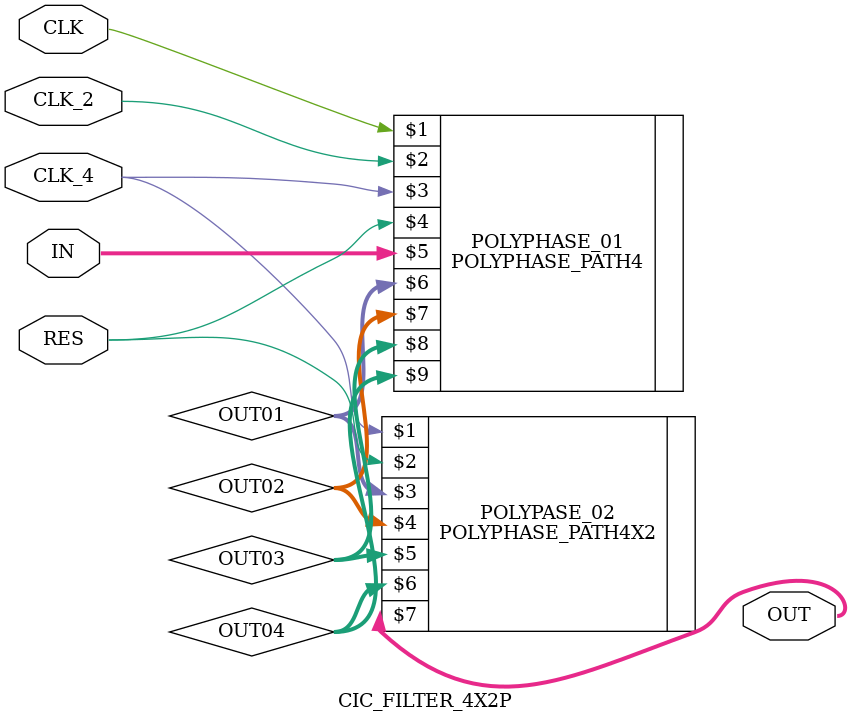
<source format=v>

module CIC_FILTER_4X2P (IN, CLK, CLK_2, CLK_4, RES, OUT);

	parameter BW = 11;

	input CLK, CLK_2, CLK_4, RES;
       input signed [BW-1:0] IN;
	output signed [BW+3:0]OUT;
	wire signed [BW-1:0] OUT01, OUT02, OUT03, OUT04;

	POLYPHASE_PATH4 POLYPHASE_01(CLK, CLK_2, CLK_4, RES, IN, OUT01, OUT02, OUT03, OUT04);

	POLYPHASE_PATH4X2 POLYPASE_02(CLK_4, RES, OUT01, OUT02, OUT03, OUT04, OUT);
	
endmodule

</source>
